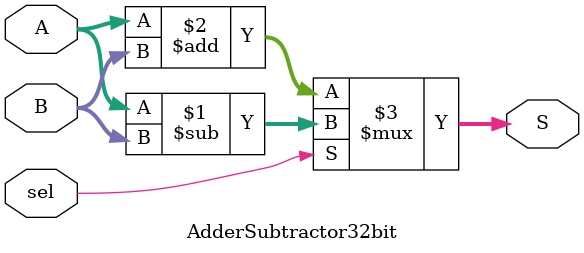
<source format=v>
`timescale 1ns / 1ps
module AdderSubtractor32bit(
	input  [31:0] A    , // input  [2's complement 32 bits]
	input  [31:0] B    , // input  [2's complement 32 bits]
	input         sel  , // input  [add:sel=0 || sub:sel=1] 
	output [31:0] S      // output [2's complement 32 bits]
    );
	 assign S = sel ? (A-B) : (A+B);


endmodule

</source>
